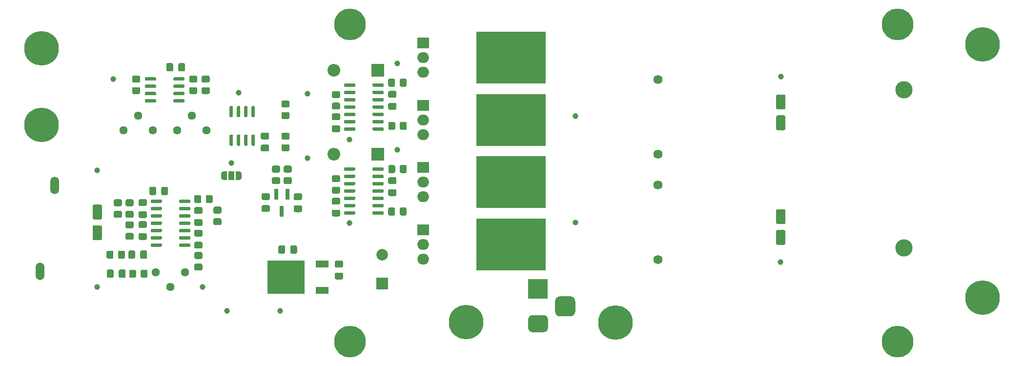
<source format=gbr>
%TF.GenerationSoftware,KiCad,Pcbnew,5.1.10*%
%TF.CreationDate,2021-08-13T16:06:35+12:00*%
%TF.ProjectId,D-Class_Amp,442d436c-6173-4735-9f41-6d702e6b6963,rev?*%
%TF.SameCoordinates,Original*%
%TF.FileFunction,Soldermask,Top*%
%TF.FilePolarity,Negative*%
%FSLAX46Y46*%
G04 Gerber Fmt 4.6, Leading zero omitted, Abs format (unit mm)*
G04 Created by KiCad (PCBNEW 5.1.10) date 2021-08-13 16:06:35*
%MOMM*%
%LPD*%
G01*
G04 APERTURE LIST*
%ADD10C,5.500000*%
%ADD11R,3.500000X3.500000*%
%ADD12C,0.800000*%
%ADD13C,6.000000*%
%ADD14O,1.508000X3.016000*%
%ADD15O,2.000000X1.905000*%
%ADD16R,2.000000X1.905000*%
%ADD17R,12.000000X9.000000*%
%ADD18C,1.000000*%
%ADD19R,0.800000X1.900000*%
%ADD20C,3.000000*%
%ADD21C,1.590000*%
%ADD22C,0.100000*%
%ADD23R,1.000000X1.500000*%
%ADD24O,2.200000X2.200000*%
%ADD25R,2.200000X2.200000*%
%ADD26C,2.000000*%
%ADD27R,2.000000X2.000000*%
%ADD28C,1.440000*%
%ADD29R,6.400000X5.800000*%
%ADD30R,2.200000X1.200000*%
G04 APERTURE END LIST*
D10*
%TO.C,M3*%
X236842000Y-127446000D03*
%TD*%
%TO.C,M3*%
X236842000Y-72446000D03*
%TD*%
%TO.C,M3*%
X141842000Y-127446000D03*
%TD*%
%TO.C,M3*%
X141842000Y-72446000D03*
%TD*%
%TO.C,J101*%
G36*
G01*
X180073000Y-123114000D02*
X178323000Y-123114000D01*
G75*
G02*
X177448000Y-122239000I0J875000D01*
G01*
X177448000Y-120489000D01*
G75*
G02*
X178323000Y-119614000I875000J0D01*
G01*
X180073000Y-119614000D01*
G75*
G02*
X180948000Y-120489000I0J-875000D01*
G01*
X180948000Y-122239000D01*
G75*
G02*
X180073000Y-123114000I-875000J0D01*
G01*
G37*
G36*
G01*
X175498000Y-125864000D02*
X173498000Y-125864000D01*
G75*
G02*
X172748000Y-125114000I0J750000D01*
G01*
X172748000Y-123614000D01*
G75*
G02*
X173498000Y-122864000I750000J0D01*
G01*
X175498000Y-122864000D01*
G75*
G02*
X176248000Y-123614000I0J-750000D01*
G01*
X176248000Y-125114000D01*
G75*
G02*
X175498000Y-125864000I-750000J0D01*
G01*
G37*
D11*
X174498000Y-118364000D03*
%TD*%
D12*
%TO.C,GNDS*%
X89982990Y-74990010D03*
X88392000Y-74331000D03*
X86801010Y-74990010D03*
X86142000Y-76581000D03*
X86801010Y-78171990D03*
X88392000Y-78831000D03*
X89982990Y-78171990D03*
X90642000Y-76581000D03*
D13*
X88392000Y-76581000D03*
%TD*%
D12*
%TO.C,SIG*%
X89982990Y-88325010D03*
X88392000Y-87666000D03*
X86801010Y-88325010D03*
X86142000Y-89916000D03*
X86801010Y-91506990D03*
X88392000Y-92166000D03*
X89982990Y-91506990D03*
X90642000Y-89916000D03*
D13*
X88392000Y-89916000D03*
%TD*%
D14*
%TO.C,J102*%
X90638000Y-100416000D03*
X88138000Y-115316000D03*
%TD*%
D13*
%TO.C,LS101*%
X251587000Y-119888000D03*
D12*
X253177990Y-121449990D03*
X253837000Y-119859000D03*
X253177990Y-118268010D03*
X251587000Y-122109000D03*
X249337000Y-119859000D03*
X251587000Y-117609000D03*
X249996010Y-121449990D03*
X249996010Y-118268010D03*
X249996010Y-77507990D03*
X251587000Y-78167000D03*
D13*
X251587000Y-75888000D03*
D12*
X249996010Y-74326010D03*
X251587000Y-73667000D03*
X249337000Y-75917000D03*
X253177990Y-74326010D03*
X253837000Y-75917000D03*
X253177990Y-77507990D03*
%TD*%
D15*
%TO.C,Q504*%
X154559000Y-110617000D03*
D16*
X154559000Y-108077000D03*
D15*
X154559000Y-113157000D03*
D12*
X167850000Y-113201000D03*
X167850000Y-111493000D03*
X167850000Y-109785000D03*
X167850000Y-108077000D03*
X169558000Y-113201000D03*
X169558000Y-111493000D03*
X169558000Y-109785000D03*
X169558000Y-108077000D03*
X171266000Y-113201000D03*
X171266000Y-111493000D03*
X171266000Y-109785000D03*
X171266000Y-108077000D03*
X172974000Y-113201000D03*
X172974000Y-111493000D03*
X172974000Y-109785000D03*
X172974000Y-108077000D03*
D17*
X169799000Y-110617000D03*
%TD*%
D15*
%TO.C,Q503*%
X154559000Y-99822000D03*
D16*
X154559000Y-97282000D03*
D15*
X154559000Y-102362000D03*
D12*
X167850000Y-102406000D03*
X167850000Y-100698000D03*
X167850000Y-98990000D03*
X167850000Y-97282000D03*
X169558000Y-102406000D03*
X169558000Y-100698000D03*
X169558000Y-98990000D03*
X169558000Y-97282000D03*
X171266000Y-102406000D03*
X171266000Y-100698000D03*
X171266000Y-98990000D03*
X171266000Y-97282000D03*
X172974000Y-102406000D03*
X172974000Y-100698000D03*
X172974000Y-98990000D03*
X172974000Y-97282000D03*
D17*
X169799000Y-99822000D03*
%TD*%
D15*
%TO.C,Q502*%
X154559000Y-89027000D03*
D16*
X154559000Y-86487000D03*
D15*
X154559000Y-91567000D03*
D12*
X167850000Y-91611000D03*
X167850000Y-89903000D03*
X167850000Y-88195000D03*
X167850000Y-86487000D03*
X169558000Y-91611000D03*
X169558000Y-89903000D03*
X169558000Y-88195000D03*
X169558000Y-86487000D03*
X171266000Y-91611000D03*
X171266000Y-89903000D03*
X171266000Y-88195000D03*
X171266000Y-86487000D03*
X172974000Y-91611000D03*
X172974000Y-89903000D03*
X172974000Y-88195000D03*
X172974000Y-86487000D03*
D17*
X169799000Y-89027000D03*
%TD*%
D15*
%TO.C,Q501*%
X154559000Y-78232000D03*
D16*
X154559000Y-75692000D03*
D15*
X154559000Y-80772000D03*
D12*
X167850000Y-80816000D03*
X167850000Y-79108000D03*
X167850000Y-77400000D03*
X167850000Y-75692000D03*
X169558000Y-80816000D03*
X169558000Y-79108000D03*
X169558000Y-77400000D03*
X169558000Y-75692000D03*
X171266000Y-80816000D03*
X171266000Y-79108000D03*
X171266000Y-77400000D03*
X171266000Y-75692000D03*
X172974000Y-80816000D03*
X172974000Y-79108000D03*
X172974000Y-77400000D03*
X172974000Y-75692000D03*
D17*
X169799000Y-78232000D03*
%TD*%
D18*
%TO.C,TP504*%
X141795500Y-106934000D03*
%TD*%
%TO.C,TP503*%
X150114000Y-94170500D03*
%TD*%
%TO.C,TP502*%
X141795500Y-92392500D03*
%TD*%
%TO.C,TP501*%
X150114000Y-79248000D03*
%TD*%
%TO.C,TP302*%
X122555000Y-84328000D03*
%TD*%
%TO.C,TP301*%
X100838000Y-81915000D03*
%TD*%
%TO.C,TP202*%
X116332000Y-117983000D03*
%TD*%
%TO.C,TP201*%
X98044000Y-117983000D03*
%TD*%
%TO.C,TP110*%
X216535000Y-113665000D03*
%TD*%
%TO.C,TP109*%
X216662000Y-81534000D03*
%TD*%
%TO.C,TP108*%
X180975000Y-106807000D03*
%TD*%
%TO.C,TP107*%
X180975000Y-88392000D03*
%TD*%
%TO.C,TP106*%
X134493000Y-95631000D03*
%TD*%
%TO.C,TP105*%
X134493000Y-84455000D03*
%TD*%
%TO.C,TP104*%
X121285000Y-96520000D03*
%TD*%
%TO.C,TP103*%
X98044000Y-97790000D03*
%TD*%
%TO.C,TP102*%
X120523000Y-122174000D03*
%TD*%
%TO.C,TP101*%
X129794000Y-122174000D03*
%TD*%
D19*
%TO.C,U102*%
X130048000Y-104878000D03*
X129098000Y-101878000D03*
X130998000Y-101878000D03*
%TD*%
D20*
%TO.C,C403*%
X237998000Y-111252000D03*
X237998000Y-83752000D03*
%TD*%
D12*
%TO.C,H102*%
X186369010Y-125796990D03*
X187960000Y-126456000D03*
X189550990Y-125796990D03*
X190210000Y-124206000D03*
X189550990Y-122615010D03*
X187960000Y-121956000D03*
X186369010Y-122615010D03*
X185710000Y-124206000D03*
D13*
X187960000Y-124206000D03*
%TD*%
D12*
%TO.C,H101*%
X160461010Y-125669990D03*
X162052000Y-126329000D03*
X163642990Y-125669990D03*
X164302000Y-124079000D03*
X163642990Y-122488010D03*
X162052000Y-121829000D03*
X160461010Y-122488010D03*
X159802000Y-124079000D03*
D13*
X162052000Y-124079000D03*
%TD*%
%TO.C,U302*%
G36*
G01*
X124945000Y-91543000D02*
X125245000Y-91543000D01*
G75*
G02*
X125395000Y-91693000I0J-150000D01*
G01*
X125395000Y-93343000D01*
G75*
G02*
X125245000Y-93493000I-150000J0D01*
G01*
X124945000Y-93493000D01*
G75*
G02*
X124795000Y-93343000I0J150000D01*
G01*
X124795000Y-91693000D01*
G75*
G02*
X124945000Y-91543000I150000J0D01*
G01*
G37*
G36*
G01*
X123675000Y-91543000D02*
X123975000Y-91543000D01*
G75*
G02*
X124125000Y-91693000I0J-150000D01*
G01*
X124125000Y-93343000D01*
G75*
G02*
X123975000Y-93493000I-150000J0D01*
G01*
X123675000Y-93493000D01*
G75*
G02*
X123525000Y-93343000I0J150000D01*
G01*
X123525000Y-91693000D01*
G75*
G02*
X123675000Y-91543000I150000J0D01*
G01*
G37*
G36*
G01*
X122405000Y-91543000D02*
X122705000Y-91543000D01*
G75*
G02*
X122855000Y-91693000I0J-150000D01*
G01*
X122855000Y-93343000D01*
G75*
G02*
X122705000Y-93493000I-150000J0D01*
G01*
X122405000Y-93493000D01*
G75*
G02*
X122255000Y-93343000I0J150000D01*
G01*
X122255000Y-91693000D01*
G75*
G02*
X122405000Y-91543000I150000J0D01*
G01*
G37*
G36*
G01*
X121135000Y-91543000D02*
X121435000Y-91543000D01*
G75*
G02*
X121585000Y-91693000I0J-150000D01*
G01*
X121585000Y-93343000D01*
G75*
G02*
X121435000Y-93493000I-150000J0D01*
G01*
X121135000Y-93493000D01*
G75*
G02*
X120985000Y-93343000I0J150000D01*
G01*
X120985000Y-91693000D01*
G75*
G02*
X121135000Y-91543000I150000J0D01*
G01*
G37*
G36*
G01*
X121135000Y-86593000D02*
X121435000Y-86593000D01*
G75*
G02*
X121585000Y-86743000I0J-150000D01*
G01*
X121585000Y-88393000D01*
G75*
G02*
X121435000Y-88543000I-150000J0D01*
G01*
X121135000Y-88543000D01*
G75*
G02*
X120985000Y-88393000I0J150000D01*
G01*
X120985000Y-86743000D01*
G75*
G02*
X121135000Y-86593000I150000J0D01*
G01*
G37*
G36*
G01*
X122405000Y-86593000D02*
X122705000Y-86593000D01*
G75*
G02*
X122855000Y-86743000I0J-150000D01*
G01*
X122855000Y-88393000D01*
G75*
G02*
X122705000Y-88543000I-150000J0D01*
G01*
X122405000Y-88543000D01*
G75*
G02*
X122255000Y-88393000I0J150000D01*
G01*
X122255000Y-86743000D01*
G75*
G02*
X122405000Y-86593000I150000J0D01*
G01*
G37*
G36*
G01*
X123675000Y-86593000D02*
X123975000Y-86593000D01*
G75*
G02*
X124125000Y-86743000I0J-150000D01*
G01*
X124125000Y-88393000D01*
G75*
G02*
X123975000Y-88543000I-150000J0D01*
G01*
X123675000Y-88543000D01*
G75*
G02*
X123525000Y-88393000I0J150000D01*
G01*
X123525000Y-86743000D01*
G75*
G02*
X123675000Y-86593000I150000J0D01*
G01*
G37*
G36*
G01*
X124945000Y-86593000D02*
X125245000Y-86593000D01*
G75*
G02*
X125395000Y-86743000I0J-150000D01*
G01*
X125395000Y-88393000D01*
G75*
G02*
X125245000Y-88543000I-150000J0D01*
G01*
X124945000Y-88543000D01*
G75*
G02*
X124795000Y-88393000I0J150000D01*
G01*
X124795000Y-86743000D01*
G75*
G02*
X124945000Y-86593000I150000J0D01*
G01*
G37*
%TD*%
D21*
%TO.C,L401*%
X195326000Y-82042000D03*
X195326000Y-94996000D03*
%TD*%
%TO.C,C303*%
G36*
G01*
X126652000Y-93308500D02*
X127602000Y-93308500D01*
G75*
G02*
X127852000Y-93558500I0J-250000D01*
G01*
X127852000Y-94233500D01*
G75*
G02*
X127602000Y-94483500I-250000J0D01*
G01*
X126652000Y-94483500D01*
G75*
G02*
X126402000Y-94233500I0J250000D01*
G01*
X126402000Y-93558500D01*
G75*
G02*
X126652000Y-93308500I250000J0D01*
G01*
G37*
G36*
G01*
X126652000Y-91233500D02*
X127602000Y-91233500D01*
G75*
G02*
X127852000Y-91483500I0J-250000D01*
G01*
X127852000Y-92158500D01*
G75*
G02*
X127602000Y-92408500I-250000J0D01*
G01*
X126652000Y-92408500D01*
G75*
G02*
X126402000Y-92158500I0J250000D01*
G01*
X126402000Y-91483500D01*
G75*
G02*
X126652000Y-91233500I250000J0D01*
G01*
G37*
%TD*%
%TO.C,C301*%
G36*
G01*
X111183000Y-79408000D02*
X111183000Y-80358000D01*
G75*
G02*
X110933000Y-80608000I-250000J0D01*
G01*
X110258000Y-80608000D01*
G75*
G02*
X110008000Y-80358000I0J250000D01*
G01*
X110008000Y-79408000D01*
G75*
G02*
X110258000Y-79158000I250000J0D01*
G01*
X110933000Y-79158000D01*
G75*
G02*
X111183000Y-79408000I0J-250000D01*
G01*
G37*
G36*
G01*
X113258000Y-79408000D02*
X113258000Y-80358000D01*
G75*
G02*
X113008000Y-80608000I-250000J0D01*
G01*
X112333000Y-80608000D01*
G75*
G02*
X112083000Y-80358000I0J250000D01*
G01*
X112083000Y-79408000D01*
G75*
G02*
X112333000Y-79158000I250000J0D01*
G01*
X113008000Y-79158000D01*
G75*
G02*
X113258000Y-79408000I0J-250000D01*
G01*
G37*
%TD*%
%TO.C,R102*%
G36*
G01*
X131514001Y-98152000D02*
X130613999Y-98152000D01*
G75*
G02*
X130364000Y-97902001I0J249999D01*
G01*
X130364000Y-97201999D01*
G75*
G02*
X130613999Y-96952000I249999J0D01*
G01*
X131514001Y-96952000D01*
G75*
G02*
X131764000Y-97201999I0J-249999D01*
G01*
X131764000Y-97902001D01*
G75*
G02*
X131514001Y-98152000I-249999J0D01*
G01*
G37*
G36*
G01*
X131514001Y-100152000D02*
X130613999Y-100152000D01*
G75*
G02*
X130364000Y-99902001I0J249999D01*
G01*
X130364000Y-99201999D01*
G75*
G02*
X130613999Y-98952000I249999J0D01*
G01*
X131514001Y-98952000D01*
G75*
G02*
X131764000Y-99201999I0J-249999D01*
G01*
X131764000Y-99902001D01*
G75*
G02*
X131514001Y-100152000I-249999J0D01*
G01*
G37*
%TD*%
%TO.C,R101*%
G36*
G01*
X128581999Y-98952000D02*
X129482001Y-98952000D01*
G75*
G02*
X129732000Y-99201999I0J-249999D01*
G01*
X129732000Y-99902001D01*
G75*
G02*
X129482001Y-100152000I-249999J0D01*
G01*
X128581999Y-100152000D01*
G75*
G02*
X128332000Y-99902001I0J249999D01*
G01*
X128332000Y-99201999D01*
G75*
G02*
X128581999Y-98952000I249999J0D01*
G01*
G37*
G36*
G01*
X128581999Y-96952000D02*
X129482001Y-96952000D01*
G75*
G02*
X129732000Y-97201999I0J-249999D01*
G01*
X129732000Y-97902001D01*
G75*
G02*
X129482001Y-98152000I-249999J0D01*
G01*
X128581999Y-98152000D01*
G75*
G02*
X128332000Y-97902001I0J249999D01*
G01*
X128332000Y-97201999D01*
G75*
G02*
X128581999Y-96952000I249999J0D01*
G01*
G37*
%TD*%
%TO.C,L402*%
X195326000Y-113284000D03*
X195326000Y-100330000D03*
%TD*%
D22*
%TO.C,JP201*%
G36*
X120535000Y-99429000D02*
G01*
X119985000Y-99429000D01*
X119985000Y-99428398D01*
X119960466Y-99428398D01*
X119911635Y-99423588D01*
X119863510Y-99414016D01*
X119816555Y-99399772D01*
X119771222Y-99380995D01*
X119727949Y-99357864D01*
X119687150Y-99330604D01*
X119649221Y-99299476D01*
X119614524Y-99264779D01*
X119583396Y-99226850D01*
X119556136Y-99186051D01*
X119533005Y-99142778D01*
X119514228Y-99097445D01*
X119499984Y-99050490D01*
X119490412Y-99002365D01*
X119485602Y-98953534D01*
X119485602Y-98929000D01*
X119485000Y-98929000D01*
X119485000Y-98429000D01*
X119485602Y-98429000D01*
X119485602Y-98404466D01*
X119490412Y-98355635D01*
X119499984Y-98307510D01*
X119514228Y-98260555D01*
X119533005Y-98215222D01*
X119556136Y-98171949D01*
X119583396Y-98131150D01*
X119614524Y-98093221D01*
X119649221Y-98058524D01*
X119687150Y-98027396D01*
X119727949Y-98000136D01*
X119771222Y-97977005D01*
X119816555Y-97958228D01*
X119863510Y-97943984D01*
X119911635Y-97934412D01*
X119960466Y-97929602D01*
X119985000Y-97929602D01*
X119985000Y-97929000D01*
X120535000Y-97929000D01*
X120535000Y-99429000D01*
G37*
D23*
X121285000Y-98679000D03*
D22*
G36*
X122585000Y-97929602D02*
G01*
X122609534Y-97929602D01*
X122658365Y-97934412D01*
X122706490Y-97943984D01*
X122753445Y-97958228D01*
X122798778Y-97977005D01*
X122842051Y-98000136D01*
X122882850Y-98027396D01*
X122920779Y-98058524D01*
X122955476Y-98093221D01*
X122986604Y-98131150D01*
X123013864Y-98171949D01*
X123036995Y-98215222D01*
X123055772Y-98260555D01*
X123070016Y-98307510D01*
X123079588Y-98355635D01*
X123084398Y-98404466D01*
X123084398Y-98429000D01*
X123085000Y-98429000D01*
X123085000Y-98929000D01*
X123084398Y-98929000D01*
X123084398Y-98953534D01*
X123079588Y-99002365D01*
X123070016Y-99050490D01*
X123055772Y-99097445D01*
X123036995Y-99142778D01*
X123013864Y-99186051D01*
X122986604Y-99226850D01*
X122955476Y-99264779D01*
X122920779Y-99299476D01*
X122882850Y-99330604D01*
X122842051Y-99357864D01*
X122798778Y-99380995D01*
X122753445Y-99399772D01*
X122706490Y-99414016D01*
X122658365Y-99423588D01*
X122609534Y-99428398D01*
X122585000Y-99428398D01*
X122585000Y-99429000D01*
X122035000Y-99429000D01*
X122035000Y-97929000D01*
X122585000Y-97929000D01*
X122585000Y-97929602D01*
G37*
%TD*%
D24*
%TO.C,D502*%
X139065000Y-94996000D03*
D25*
X146685000Y-94996000D03*
%TD*%
D24*
%TO.C,D501*%
X139065000Y-80391000D03*
D25*
X146685000Y-80391000D03*
%TD*%
%TO.C,C402*%
G36*
G01*
X217148500Y-107091000D02*
X216048500Y-107091000D01*
G75*
G02*
X215798500Y-106841000I0J250000D01*
G01*
X215798500Y-104741000D01*
G75*
G02*
X216048500Y-104491000I250000J0D01*
G01*
X217148500Y-104491000D01*
G75*
G02*
X217398500Y-104741000I0J-250000D01*
G01*
X217398500Y-106841000D01*
G75*
G02*
X217148500Y-107091000I-250000J0D01*
G01*
G37*
G36*
G01*
X217148500Y-110691000D02*
X216048500Y-110691000D01*
G75*
G02*
X215798500Y-110441000I0J250000D01*
G01*
X215798500Y-108341000D01*
G75*
G02*
X216048500Y-108091000I250000J0D01*
G01*
X217148500Y-108091000D01*
G75*
G02*
X217398500Y-108341000I0J-250000D01*
G01*
X217398500Y-110441000D01*
G75*
G02*
X217148500Y-110691000I-250000J0D01*
G01*
G37*
%TD*%
%TO.C,C401*%
G36*
G01*
X216048500Y-88215500D02*
X217148500Y-88215500D01*
G75*
G02*
X217398500Y-88465500I0J-250000D01*
G01*
X217398500Y-90565500D01*
G75*
G02*
X217148500Y-90815500I-250000J0D01*
G01*
X216048500Y-90815500D01*
G75*
G02*
X215798500Y-90565500I0J250000D01*
G01*
X215798500Y-88465500D01*
G75*
G02*
X216048500Y-88215500I250000J0D01*
G01*
G37*
G36*
G01*
X216048500Y-84615500D02*
X217148500Y-84615500D01*
G75*
G02*
X217398500Y-84865500I0J-250000D01*
G01*
X217398500Y-86965500D01*
G75*
G02*
X217148500Y-87215500I-250000J0D01*
G01*
X216048500Y-87215500D01*
G75*
G02*
X215798500Y-86965500I0J250000D01*
G01*
X215798500Y-84865500D01*
G75*
G02*
X216048500Y-84615500I250000J0D01*
G01*
G37*
%TD*%
%TO.C,C202*%
G36*
G01*
X98594000Y-106307000D02*
X97494000Y-106307000D01*
G75*
G02*
X97244000Y-106057000I0J250000D01*
G01*
X97244000Y-103957000D01*
G75*
G02*
X97494000Y-103707000I250000J0D01*
G01*
X98594000Y-103707000D01*
G75*
G02*
X98844000Y-103957000I0J-250000D01*
G01*
X98844000Y-106057000D01*
G75*
G02*
X98594000Y-106307000I-250000J0D01*
G01*
G37*
G36*
G01*
X98594000Y-109907000D02*
X97494000Y-109907000D01*
G75*
G02*
X97244000Y-109657000I0J250000D01*
G01*
X97244000Y-107557000D01*
G75*
G02*
X97494000Y-107307000I250000J0D01*
G01*
X98594000Y-107307000D01*
G75*
G02*
X98844000Y-107557000I0J-250000D01*
G01*
X98844000Y-109657000D01*
G75*
G02*
X98594000Y-109907000I-250000J0D01*
G01*
G37*
%TD*%
D26*
%TO.C,C104*%
X147447000Y-112395000D03*
D27*
X147447000Y-117395000D03*
%TD*%
D28*
%TO.C,RV201*%
X108204000Y-115443000D03*
X110744000Y-117983000D03*
X113284000Y-115443000D03*
%TD*%
D29*
%TO.C,U101*%
X130742000Y-116332000D03*
D30*
X137042000Y-114052000D03*
X137042000Y-118612000D03*
%TD*%
%TO.C,C504*%
G36*
G01*
X139921000Y-103690000D02*
X138971000Y-103690000D01*
G75*
G02*
X138721000Y-103440000I0J250000D01*
G01*
X138721000Y-102765000D01*
G75*
G02*
X138971000Y-102515000I250000J0D01*
G01*
X139921000Y-102515000D01*
G75*
G02*
X140171000Y-102765000I0J-250000D01*
G01*
X140171000Y-103440000D01*
G75*
G02*
X139921000Y-103690000I-250000J0D01*
G01*
G37*
G36*
G01*
X139921000Y-105765000D02*
X138971000Y-105765000D01*
G75*
G02*
X138721000Y-105515000I0J250000D01*
G01*
X138721000Y-104840000D01*
G75*
G02*
X138971000Y-104590000I250000J0D01*
G01*
X139921000Y-104590000D01*
G75*
G02*
X140171000Y-104840000I0J-250000D01*
G01*
X140171000Y-105515000D01*
G75*
G02*
X139921000Y-105765000I-250000J0D01*
G01*
G37*
%TD*%
%TO.C,C501*%
G36*
G01*
X139921000Y-89063500D02*
X138971000Y-89063500D01*
G75*
G02*
X138721000Y-88813500I0J250000D01*
G01*
X138721000Y-88138500D01*
G75*
G02*
X138971000Y-87888500I250000J0D01*
G01*
X139921000Y-87888500D01*
G75*
G02*
X140171000Y-88138500I0J-250000D01*
G01*
X140171000Y-88813500D01*
G75*
G02*
X139921000Y-89063500I-250000J0D01*
G01*
G37*
G36*
G01*
X139921000Y-91138500D02*
X138971000Y-91138500D01*
G75*
G02*
X138721000Y-90888500I0J250000D01*
G01*
X138721000Y-90213500D01*
G75*
G02*
X138971000Y-89963500I250000J0D01*
G01*
X139921000Y-89963500D01*
G75*
G02*
X140171000Y-90213500I0J-250000D01*
G01*
X140171000Y-90888500D01*
G75*
G02*
X139921000Y-91138500I-250000J0D01*
G01*
G37*
%TD*%
%TO.C,C105*%
G36*
G01*
X126779000Y-103806500D02*
X127729000Y-103806500D01*
G75*
G02*
X127979000Y-104056500I0J-250000D01*
G01*
X127979000Y-104731500D01*
G75*
G02*
X127729000Y-104981500I-250000J0D01*
G01*
X126779000Y-104981500D01*
G75*
G02*
X126529000Y-104731500I0J250000D01*
G01*
X126529000Y-104056500D01*
G75*
G02*
X126779000Y-103806500I250000J0D01*
G01*
G37*
G36*
G01*
X126779000Y-101731500D02*
X127729000Y-101731500D01*
G75*
G02*
X127979000Y-101981500I0J-250000D01*
G01*
X127979000Y-102656500D01*
G75*
G02*
X127729000Y-102906500I-250000J0D01*
G01*
X126779000Y-102906500D01*
G75*
G02*
X126529000Y-102656500I0J250000D01*
G01*
X126529000Y-101981500D01*
G75*
G02*
X126779000Y-101731500I250000J0D01*
G01*
G37*
%TD*%
%TO.C,C103*%
G36*
G01*
X133317000Y-102928000D02*
X132367000Y-102928000D01*
G75*
G02*
X132117000Y-102678000I0J250000D01*
G01*
X132117000Y-102003000D01*
G75*
G02*
X132367000Y-101753000I250000J0D01*
G01*
X133317000Y-101753000D01*
G75*
G02*
X133567000Y-102003000I0J-250000D01*
G01*
X133567000Y-102678000D01*
G75*
G02*
X133317000Y-102928000I-250000J0D01*
G01*
G37*
G36*
G01*
X133317000Y-105003000D02*
X132367000Y-105003000D01*
G75*
G02*
X132117000Y-104753000I0J250000D01*
G01*
X132117000Y-104078000D01*
G75*
G02*
X132367000Y-103828000I250000J0D01*
G01*
X133317000Y-103828000D01*
G75*
G02*
X133567000Y-104078000I0J-250000D01*
G01*
X133567000Y-104753000D01*
G75*
G02*
X133317000Y-105003000I-250000J0D01*
G01*
G37*
%TD*%
%TO.C,C102*%
G36*
G01*
X130614000Y-111031000D02*
X130614000Y-111981000D01*
G75*
G02*
X130364000Y-112231000I-250000J0D01*
G01*
X129689000Y-112231000D01*
G75*
G02*
X129439000Y-111981000I0J250000D01*
G01*
X129439000Y-111031000D01*
G75*
G02*
X129689000Y-110781000I250000J0D01*
G01*
X130364000Y-110781000D01*
G75*
G02*
X130614000Y-111031000I0J-250000D01*
G01*
G37*
G36*
G01*
X132689000Y-111031000D02*
X132689000Y-111981000D01*
G75*
G02*
X132439000Y-112231000I-250000J0D01*
G01*
X131764000Y-112231000D01*
G75*
G02*
X131514000Y-111981000I0J250000D01*
G01*
X131514000Y-111031000D01*
G75*
G02*
X131764000Y-110781000I250000J0D01*
G01*
X132439000Y-110781000D01*
G75*
G02*
X132689000Y-111031000I0J-250000D01*
G01*
G37*
%TD*%
%TO.C,C101*%
G36*
G01*
X139479000Y-115512000D02*
X140429000Y-115512000D01*
G75*
G02*
X140679000Y-115762000I0J-250000D01*
G01*
X140679000Y-116437000D01*
G75*
G02*
X140429000Y-116687000I-250000J0D01*
G01*
X139479000Y-116687000D01*
G75*
G02*
X139229000Y-116437000I0J250000D01*
G01*
X139229000Y-115762000D01*
G75*
G02*
X139479000Y-115512000I250000J0D01*
G01*
G37*
G36*
G01*
X139479000Y-113437000D02*
X140429000Y-113437000D01*
G75*
G02*
X140679000Y-113687000I0J-250000D01*
G01*
X140679000Y-114362000D01*
G75*
G02*
X140429000Y-114612000I-250000J0D01*
G01*
X139479000Y-114612000D01*
G75*
G02*
X139229000Y-114362000I0J250000D01*
G01*
X139229000Y-113687000D01*
G75*
G02*
X139479000Y-113437000I250000J0D01*
G01*
G37*
%TD*%
%TO.C,R201*%
G36*
G01*
X104082001Y-107820000D02*
X103181999Y-107820000D01*
G75*
G02*
X102932000Y-107570001I0J249999D01*
G01*
X102932000Y-106869999D01*
G75*
G02*
X103181999Y-106620000I249999J0D01*
G01*
X104082001Y-106620000D01*
G75*
G02*
X104332000Y-106869999I0J-249999D01*
G01*
X104332000Y-107570001D01*
G75*
G02*
X104082001Y-107820000I-249999J0D01*
G01*
G37*
G36*
G01*
X104082001Y-109820000D02*
X103181999Y-109820000D01*
G75*
G02*
X102932000Y-109570001I0J249999D01*
G01*
X102932000Y-108869999D01*
G75*
G02*
X103181999Y-108620000I249999J0D01*
G01*
X104082001Y-108620000D01*
G75*
G02*
X104332000Y-108869999I0J-249999D01*
G01*
X104332000Y-109570001D01*
G75*
G02*
X104082001Y-109820000I-249999J0D01*
G01*
G37*
%TD*%
%TO.C,U301*%
G36*
G01*
X111228000Y-82065000D02*
X111228000Y-81765000D01*
G75*
G02*
X111378000Y-81615000I150000J0D01*
G01*
X113028000Y-81615000D01*
G75*
G02*
X113178000Y-81765000I0J-150000D01*
G01*
X113178000Y-82065000D01*
G75*
G02*
X113028000Y-82215000I-150000J0D01*
G01*
X111378000Y-82215000D01*
G75*
G02*
X111228000Y-82065000I0J150000D01*
G01*
G37*
G36*
G01*
X111228000Y-83335000D02*
X111228000Y-83035000D01*
G75*
G02*
X111378000Y-82885000I150000J0D01*
G01*
X113028000Y-82885000D01*
G75*
G02*
X113178000Y-83035000I0J-150000D01*
G01*
X113178000Y-83335000D01*
G75*
G02*
X113028000Y-83485000I-150000J0D01*
G01*
X111378000Y-83485000D01*
G75*
G02*
X111228000Y-83335000I0J150000D01*
G01*
G37*
G36*
G01*
X111228000Y-84605000D02*
X111228000Y-84305000D01*
G75*
G02*
X111378000Y-84155000I150000J0D01*
G01*
X113028000Y-84155000D01*
G75*
G02*
X113178000Y-84305000I0J-150000D01*
G01*
X113178000Y-84605000D01*
G75*
G02*
X113028000Y-84755000I-150000J0D01*
G01*
X111378000Y-84755000D01*
G75*
G02*
X111228000Y-84605000I0J150000D01*
G01*
G37*
G36*
G01*
X111228000Y-85875000D02*
X111228000Y-85575000D01*
G75*
G02*
X111378000Y-85425000I150000J0D01*
G01*
X113028000Y-85425000D01*
G75*
G02*
X113178000Y-85575000I0J-150000D01*
G01*
X113178000Y-85875000D01*
G75*
G02*
X113028000Y-86025000I-150000J0D01*
G01*
X111378000Y-86025000D01*
G75*
G02*
X111228000Y-85875000I0J150000D01*
G01*
G37*
G36*
G01*
X106278000Y-85875000D02*
X106278000Y-85575000D01*
G75*
G02*
X106428000Y-85425000I150000J0D01*
G01*
X108078000Y-85425000D01*
G75*
G02*
X108228000Y-85575000I0J-150000D01*
G01*
X108228000Y-85875000D01*
G75*
G02*
X108078000Y-86025000I-150000J0D01*
G01*
X106428000Y-86025000D01*
G75*
G02*
X106278000Y-85875000I0J150000D01*
G01*
G37*
G36*
G01*
X106278000Y-84605000D02*
X106278000Y-84305000D01*
G75*
G02*
X106428000Y-84155000I150000J0D01*
G01*
X108078000Y-84155000D01*
G75*
G02*
X108228000Y-84305000I0J-150000D01*
G01*
X108228000Y-84605000D01*
G75*
G02*
X108078000Y-84755000I-150000J0D01*
G01*
X106428000Y-84755000D01*
G75*
G02*
X106278000Y-84605000I0J150000D01*
G01*
G37*
G36*
G01*
X106278000Y-83335000D02*
X106278000Y-83035000D01*
G75*
G02*
X106428000Y-82885000I150000J0D01*
G01*
X108078000Y-82885000D01*
G75*
G02*
X108228000Y-83035000I0J-150000D01*
G01*
X108228000Y-83335000D01*
G75*
G02*
X108078000Y-83485000I-150000J0D01*
G01*
X106428000Y-83485000D01*
G75*
G02*
X106278000Y-83335000I0J150000D01*
G01*
G37*
G36*
G01*
X106278000Y-82065000D02*
X106278000Y-81765000D01*
G75*
G02*
X106428000Y-81615000I150000J0D01*
G01*
X108078000Y-81615000D01*
G75*
G02*
X108228000Y-81765000I0J-150000D01*
G01*
X108228000Y-82065000D01*
G75*
G02*
X108078000Y-82215000I-150000J0D01*
G01*
X106428000Y-82215000D01*
G75*
G02*
X106278000Y-82065000I0J150000D01*
G01*
G37*
%TD*%
%TO.C,U502*%
G36*
G01*
X145772000Y-97686000D02*
X145772000Y-97386000D01*
G75*
G02*
X145922000Y-97236000I150000J0D01*
G01*
X147572000Y-97236000D01*
G75*
G02*
X147722000Y-97386000I0J-150000D01*
G01*
X147722000Y-97686000D01*
G75*
G02*
X147572000Y-97836000I-150000J0D01*
G01*
X145922000Y-97836000D01*
G75*
G02*
X145772000Y-97686000I0J150000D01*
G01*
G37*
G36*
G01*
X145772000Y-98956000D02*
X145772000Y-98656000D01*
G75*
G02*
X145922000Y-98506000I150000J0D01*
G01*
X147572000Y-98506000D01*
G75*
G02*
X147722000Y-98656000I0J-150000D01*
G01*
X147722000Y-98956000D01*
G75*
G02*
X147572000Y-99106000I-150000J0D01*
G01*
X145922000Y-99106000D01*
G75*
G02*
X145772000Y-98956000I0J150000D01*
G01*
G37*
G36*
G01*
X145772000Y-100226000D02*
X145772000Y-99926000D01*
G75*
G02*
X145922000Y-99776000I150000J0D01*
G01*
X147572000Y-99776000D01*
G75*
G02*
X147722000Y-99926000I0J-150000D01*
G01*
X147722000Y-100226000D01*
G75*
G02*
X147572000Y-100376000I-150000J0D01*
G01*
X145922000Y-100376000D01*
G75*
G02*
X145772000Y-100226000I0J150000D01*
G01*
G37*
G36*
G01*
X145772000Y-101496000D02*
X145772000Y-101196000D01*
G75*
G02*
X145922000Y-101046000I150000J0D01*
G01*
X147572000Y-101046000D01*
G75*
G02*
X147722000Y-101196000I0J-150000D01*
G01*
X147722000Y-101496000D01*
G75*
G02*
X147572000Y-101646000I-150000J0D01*
G01*
X145922000Y-101646000D01*
G75*
G02*
X145772000Y-101496000I0J150000D01*
G01*
G37*
G36*
G01*
X145772000Y-102766000D02*
X145772000Y-102466000D01*
G75*
G02*
X145922000Y-102316000I150000J0D01*
G01*
X147572000Y-102316000D01*
G75*
G02*
X147722000Y-102466000I0J-150000D01*
G01*
X147722000Y-102766000D01*
G75*
G02*
X147572000Y-102916000I-150000J0D01*
G01*
X145922000Y-102916000D01*
G75*
G02*
X145772000Y-102766000I0J150000D01*
G01*
G37*
G36*
G01*
X145772000Y-104036000D02*
X145772000Y-103736000D01*
G75*
G02*
X145922000Y-103586000I150000J0D01*
G01*
X147572000Y-103586000D01*
G75*
G02*
X147722000Y-103736000I0J-150000D01*
G01*
X147722000Y-104036000D01*
G75*
G02*
X147572000Y-104186000I-150000J0D01*
G01*
X145922000Y-104186000D01*
G75*
G02*
X145772000Y-104036000I0J150000D01*
G01*
G37*
G36*
G01*
X145772000Y-105306000D02*
X145772000Y-105006000D01*
G75*
G02*
X145922000Y-104856000I150000J0D01*
G01*
X147572000Y-104856000D01*
G75*
G02*
X147722000Y-105006000I0J-150000D01*
G01*
X147722000Y-105306000D01*
G75*
G02*
X147572000Y-105456000I-150000J0D01*
G01*
X145922000Y-105456000D01*
G75*
G02*
X145772000Y-105306000I0J150000D01*
G01*
G37*
G36*
G01*
X140822000Y-105306000D02*
X140822000Y-105006000D01*
G75*
G02*
X140972000Y-104856000I150000J0D01*
G01*
X142622000Y-104856000D01*
G75*
G02*
X142772000Y-105006000I0J-150000D01*
G01*
X142772000Y-105306000D01*
G75*
G02*
X142622000Y-105456000I-150000J0D01*
G01*
X140972000Y-105456000D01*
G75*
G02*
X140822000Y-105306000I0J150000D01*
G01*
G37*
G36*
G01*
X140822000Y-104036000D02*
X140822000Y-103736000D01*
G75*
G02*
X140972000Y-103586000I150000J0D01*
G01*
X142622000Y-103586000D01*
G75*
G02*
X142772000Y-103736000I0J-150000D01*
G01*
X142772000Y-104036000D01*
G75*
G02*
X142622000Y-104186000I-150000J0D01*
G01*
X140972000Y-104186000D01*
G75*
G02*
X140822000Y-104036000I0J150000D01*
G01*
G37*
G36*
G01*
X140822000Y-102766000D02*
X140822000Y-102466000D01*
G75*
G02*
X140972000Y-102316000I150000J0D01*
G01*
X142622000Y-102316000D01*
G75*
G02*
X142772000Y-102466000I0J-150000D01*
G01*
X142772000Y-102766000D01*
G75*
G02*
X142622000Y-102916000I-150000J0D01*
G01*
X140972000Y-102916000D01*
G75*
G02*
X140822000Y-102766000I0J150000D01*
G01*
G37*
G36*
G01*
X140822000Y-101496000D02*
X140822000Y-101196000D01*
G75*
G02*
X140972000Y-101046000I150000J0D01*
G01*
X142622000Y-101046000D01*
G75*
G02*
X142772000Y-101196000I0J-150000D01*
G01*
X142772000Y-101496000D01*
G75*
G02*
X142622000Y-101646000I-150000J0D01*
G01*
X140972000Y-101646000D01*
G75*
G02*
X140822000Y-101496000I0J150000D01*
G01*
G37*
G36*
G01*
X140822000Y-100226000D02*
X140822000Y-99926000D01*
G75*
G02*
X140972000Y-99776000I150000J0D01*
G01*
X142622000Y-99776000D01*
G75*
G02*
X142772000Y-99926000I0J-150000D01*
G01*
X142772000Y-100226000D01*
G75*
G02*
X142622000Y-100376000I-150000J0D01*
G01*
X140972000Y-100376000D01*
G75*
G02*
X140822000Y-100226000I0J150000D01*
G01*
G37*
G36*
G01*
X140822000Y-98956000D02*
X140822000Y-98656000D01*
G75*
G02*
X140972000Y-98506000I150000J0D01*
G01*
X142622000Y-98506000D01*
G75*
G02*
X142772000Y-98656000I0J-150000D01*
G01*
X142772000Y-98956000D01*
G75*
G02*
X142622000Y-99106000I-150000J0D01*
G01*
X140972000Y-99106000D01*
G75*
G02*
X140822000Y-98956000I0J150000D01*
G01*
G37*
G36*
G01*
X140822000Y-97686000D02*
X140822000Y-97386000D01*
G75*
G02*
X140972000Y-97236000I150000J0D01*
G01*
X142622000Y-97236000D01*
G75*
G02*
X142772000Y-97386000I0J-150000D01*
G01*
X142772000Y-97686000D01*
G75*
G02*
X142622000Y-97836000I-150000J0D01*
G01*
X140972000Y-97836000D01*
G75*
G02*
X140822000Y-97686000I0J150000D01*
G01*
G37*
%TD*%
%TO.C,U501*%
G36*
G01*
X145786200Y-83131800D02*
X145786200Y-82831800D01*
G75*
G02*
X145936200Y-82681800I150000J0D01*
G01*
X147586200Y-82681800D01*
G75*
G02*
X147736200Y-82831800I0J-150000D01*
G01*
X147736200Y-83131800D01*
G75*
G02*
X147586200Y-83281800I-150000J0D01*
G01*
X145936200Y-83281800D01*
G75*
G02*
X145786200Y-83131800I0J150000D01*
G01*
G37*
G36*
G01*
X145786200Y-84401800D02*
X145786200Y-84101800D01*
G75*
G02*
X145936200Y-83951800I150000J0D01*
G01*
X147586200Y-83951800D01*
G75*
G02*
X147736200Y-84101800I0J-150000D01*
G01*
X147736200Y-84401800D01*
G75*
G02*
X147586200Y-84551800I-150000J0D01*
G01*
X145936200Y-84551800D01*
G75*
G02*
X145786200Y-84401800I0J150000D01*
G01*
G37*
G36*
G01*
X145786200Y-85671800D02*
X145786200Y-85371800D01*
G75*
G02*
X145936200Y-85221800I150000J0D01*
G01*
X147586200Y-85221800D01*
G75*
G02*
X147736200Y-85371800I0J-150000D01*
G01*
X147736200Y-85671800D01*
G75*
G02*
X147586200Y-85821800I-150000J0D01*
G01*
X145936200Y-85821800D01*
G75*
G02*
X145786200Y-85671800I0J150000D01*
G01*
G37*
G36*
G01*
X145786200Y-86941800D02*
X145786200Y-86641800D01*
G75*
G02*
X145936200Y-86491800I150000J0D01*
G01*
X147586200Y-86491800D01*
G75*
G02*
X147736200Y-86641800I0J-150000D01*
G01*
X147736200Y-86941800D01*
G75*
G02*
X147586200Y-87091800I-150000J0D01*
G01*
X145936200Y-87091800D01*
G75*
G02*
X145786200Y-86941800I0J150000D01*
G01*
G37*
G36*
G01*
X145786200Y-88211800D02*
X145786200Y-87911800D01*
G75*
G02*
X145936200Y-87761800I150000J0D01*
G01*
X147586200Y-87761800D01*
G75*
G02*
X147736200Y-87911800I0J-150000D01*
G01*
X147736200Y-88211800D01*
G75*
G02*
X147586200Y-88361800I-150000J0D01*
G01*
X145936200Y-88361800D01*
G75*
G02*
X145786200Y-88211800I0J150000D01*
G01*
G37*
G36*
G01*
X145786200Y-89481800D02*
X145786200Y-89181800D01*
G75*
G02*
X145936200Y-89031800I150000J0D01*
G01*
X147586200Y-89031800D01*
G75*
G02*
X147736200Y-89181800I0J-150000D01*
G01*
X147736200Y-89481800D01*
G75*
G02*
X147586200Y-89631800I-150000J0D01*
G01*
X145936200Y-89631800D01*
G75*
G02*
X145786200Y-89481800I0J150000D01*
G01*
G37*
G36*
G01*
X145786200Y-90751800D02*
X145786200Y-90451800D01*
G75*
G02*
X145936200Y-90301800I150000J0D01*
G01*
X147586200Y-90301800D01*
G75*
G02*
X147736200Y-90451800I0J-150000D01*
G01*
X147736200Y-90751800D01*
G75*
G02*
X147586200Y-90901800I-150000J0D01*
G01*
X145936200Y-90901800D01*
G75*
G02*
X145786200Y-90751800I0J150000D01*
G01*
G37*
G36*
G01*
X140836200Y-90751800D02*
X140836200Y-90451800D01*
G75*
G02*
X140986200Y-90301800I150000J0D01*
G01*
X142636200Y-90301800D01*
G75*
G02*
X142786200Y-90451800I0J-150000D01*
G01*
X142786200Y-90751800D01*
G75*
G02*
X142636200Y-90901800I-150000J0D01*
G01*
X140986200Y-90901800D01*
G75*
G02*
X140836200Y-90751800I0J150000D01*
G01*
G37*
G36*
G01*
X140836200Y-89481800D02*
X140836200Y-89181800D01*
G75*
G02*
X140986200Y-89031800I150000J0D01*
G01*
X142636200Y-89031800D01*
G75*
G02*
X142786200Y-89181800I0J-150000D01*
G01*
X142786200Y-89481800D01*
G75*
G02*
X142636200Y-89631800I-150000J0D01*
G01*
X140986200Y-89631800D01*
G75*
G02*
X140836200Y-89481800I0J150000D01*
G01*
G37*
G36*
G01*
X140836200Y-88211800D02*
X140836200Y-87911800D01*
G75*
G02*
X140986200Y-87761800I150000J0D01*
G01*
X142636200Y-87761800D01*
G75*
G02*
X142786200Y-87911800I0J-150000D01*
G01*
X142786200Y-88211800D01*
G75*
G02*
X142636200Y-88361800I-150000J0D01*
G01*
X140986200Y-88361800D01*
G75*
G02*
X140836200Y-88211800I0J150000D01*
G01*
G37*
G36*
G01*
X140836200Y-86941800D02*
X140836200Y-86641800D01*
G75*
G02*
X140986200Y-86491800I150000J0D01*
G01*
X142636200Y-86491800D01*
G75*
G02*
X142786200Y-86641800I0J-150000D01*
G01*
X142786200Y-86941800D01*
G75*
G02*
X142636200Y-87091800I-150000J0D01*
G01*
X140986200Y-87091800D01*
G75*
G02*
X140836200Y-86941800I0J150000D01*
G01*
G37*
G36*
G01*
X140836200Y-85671800D02*
X140836200Y-85371800D01*
G75*
G02*
X140986200Y-85221800I150000J0D01*
G01*
X142636200Y-85221800D01*
G75*
G02*
X142786200Y-85371800I0J-150000D01*
G01*
X142786200Y-85671800D01*
G75*
G02*
X142636200Y-85821800I-150000J0D01*
G01*
X140986200Y-85821800D01*
G75*
G02*
X140836200Y-85671800I0J150000D01*
G01*
G37*
G36*
G01*
X140836200Y-84401800D02*
X140836200Y-84101800D01*
G75*
G02*
X140986200Y-83951800I150000J0D01*
G01*
X142636200Y-83951800D01*
G75*
G02*
X142786200Y-84101800I0J-150000D01*
G01*
X142786200Y-84401800D01*
G75*
G02*
X142636200Y-84551800I-150000J0D01*
G01*
X140986200Y-84551800D01*
G75*
G02*
X140836200Y-84401800I0J150000D01*
G01*
G37*
G36*
G01*
X140836200Y-83131800D02*
X140836200Y-82831800D01*
G75*
G02*
X140986200Y-82681800I150000J0D01*
G01*
X142636200Y-82681800D01*
G75*
G02*
X142786200Y-82831800I0J-150000D01*
G01*
X142786200Y-83131800D01*
G75*
G02*
X142636200Y-83281800I-150000J0D01*
G01*
X140986200Y-83281800D01*
G75*
G02*
X140836200Y-83131800I0J150000D01*
G01*
G37*
%TD*%
%TO.C,U201*%
G36*
G01*
X112244000Y-103274000D02*
X112244000Y-102974000D01*
G75*
G02*
X112394000Y-102824000I150000J0D01*
G01*
X114044000Y-102824000D01*
G75*
G02*
X114194000Y-102974000I0J-150000D01*
G01*
X114194000Y-103274000D01*
G75*
G02*
X114044000Y-103424000I-150000J0D01*
G01*
X112394000Y-103424000D01*
G75*
G02*
X112244000Y-103274000I0J150000D01*
G01*
G37*
G36*
G01*
X112244000Y-104544000D02*
X112244000Y-104244000D01*
G75*
G02*
X112394000Y-104094000I150000J0D01*
G01*
X114044000Y-104094000D01*
G75*
G02*
X114194000Y-104244000I0J-150000D01*
G01*
X114194000Y-104544000D01*
G75*
G02*
X114044000Y-104694000I-150000J0D01*
G01*
X112394000Y-104694000D01*
G75*
G02*
X112244000Y-104544000I0J150000D01*
G01*
G37*
G36*
G01*
X112244000Y-105814000D02*
X112244000Y-105514000D01*
G75*
G02*
X112394000Y-105364000I150000J0D01*
G01*
X114044000Y-105364000D01*
G75*
G02*
X114194000Y-105514000I0J-150000D01*
G01*
X114194000Y-105814000D01*
G75*
G02*
X114044000Y-105964000I-150000J0D01*
G01*
X112394000Y-105964000D01*
G75*
G02*
X112244000Y-105814000I0J150000D01*
G01*
G37*
G36*
G01*
X112244000Y-107084000D02*
X112244000Y-106784000D01*
G75*
G02*
X112394000Y-106634000I150000J0D01*
G01*
X114044000Y-106634000D01*
G75*
G02*
X114194000Y-106784000I0J-150000D01*
G01*
X114194000Y-107084000D01*
G75*
G02*
X114044000Y-107234000I-150000J0D01*
G01*
X112394000Y-107234000D01*
G75*
G02*
X112244000Y-107084000I0J150000D01*
G01*
G37*
G36*
G01*
X112244000Y-108354000D02*
X112244000Y-108054000D01*
G75*
G02*
X112394000Y-107904000I150000J0D01*
G01*
X114044000Y-107904000D01*
G75*
G02*
X114194000Y-108054000I0J-150000D01*
G01*
X114194000Y-108354000D01*
G75*
G02*
X114044000Y-108504000I-150000J0D01*
G01*
X112394000Y-108504000D01*
G75*
G02*
X112244000Y-108354000I0J150000D01*
G01*
G37*
G36*
G01*
X112244000Y-109624000D02*
X112244000Y-109324000D01*
G75*
G02*
X112394000Y-109174000I150000J0D01*
G01*
X114044000Y-109174000D01*
G75*
G02*
X114194000Y-109324000I0J-150000D01*
G01*
X114194000Y-109624000D01*
G75*
G02*
X114044000Y-109774000I-150000J0D01*
G01*
X112394000Y-109774000D01*
G75*
G02*
X112244000Y-109624000I0J150000D01*
G01*
G37*
G36*
G01*
X112244000Y-110894000D02*
X112244000Y-110594000D01*
G75*
G02*
X112394000Y-110444000I150000J0D01*
G01*
X114044000Y-110444000D01*
G75*
G02*
X114194000Y-110594000I0J-150000D01*
G01*
X114194000Y-110894000D01*
G75*
G02*
X114044000Y-111044000I-150000J0D01*
G01*
X112394000Y-111044000D01*
G75*
G02*
X112244000Y-110894000I0J150000D01*
G01*
G37*
G36*
G01*
X107294000Y-110894000D02*
X107294000Y-110594000D01*
G75*
G02*
X107444000Y-110444000I150000J0D01*
G01*
X109094000Y-110444000D01*
G75*
G02*
X109244000Y-110594000I0J-150000D01*
G01*
X109244000Y-110894000D01*
G75*
G02*
X109094000Y-111044000I-150000J0D01*
G01*
X107444000Y-111044000D01*
G75*
G02*
X107294000Y-110894000I0J150000D01*
G01*
G37*
G36*
G01*
X107294000Y-109624000D02*
X107294000Y-109324000D01*
G75*
G02*
X107444000Y-109174000I150000J0D01*
G01*
X109094000Y-109174000D01*
G75*
G02*
X109244000Y-109324000I0J-150000D01*
G01*
X109244000Y-109624000D01*
G75*
G02*
X109094000Y-109774000I-150000J0D01*
G01*
X107444000Y-109774000D01*
G75*
G02*
X107294000Y-109624000I0J150000D01*
G01*
G37*
G36*
G01*
X107294000Y-108354000D02*
X107294000Y-108054000D01*
G75*
G02*
X107444000Y-107904000I150000J0D01*
G01*
X109094000Y-107904000D01*
G75*
G02*
X109244000Y-108054000I0J-150000D01*
G01*
X109244000Y-108354000D01*
G75*
G02*
X109094000Y-108504000I-150000J0D01*
G01*
X107444000Y-108504000D01*
G75*
G02*
X107294000Y-108354000I0J150000D01*
G01*
G37*
G36*
G01*
X107294000Y-107084000D02*
X107294000Y-106784000D01*
G75*
G02*
X107444000Y-106634000I150000J0D01*
G01*
X109094000Y-106634000D01*
G75*
G02*
X109244000Y-106784000I0J-150000D01*
G01*
X109244000Y-107084000D01*
G75*
G02*
X109094000Y-107234000I-150000J0D01*
G01*
X107444000Y-107234000D01*
G75*
G02*
X107294000Y-107084000I0J150000D01*
G01*
G37*
G36*
G01*
X107294000Y-105814000D02*
X107294000Y-105514000D01*
G75*
G02*
X107444000Y-105364000I150000J0D01*
G01*
X109094000Y-105364000D01*
G75*
G02*
X109244000Y-105514000I0J-150000D01*
G01*
X109244000Y-105814000D01*
G75*
G02*
X109094000Y-105964000I-150000J0D01*
G01*
X107444000Y-105964000D01*
G75*
G02*
X107294000Y-105814000I0J150000D01*
G01*
G37*
G36*
G01*
X107294000Y-104544000D02*
X107294000Y-104244000D01*
G75*
G02*
X107444000Y-104094000I150000J0D01*
G01*
X109094000Y-104094000D01*
G75*
G02*
X109244000Y-104244000I0J-150000D01*
G01*
X109244000Y-104544000D01*
G75*
G02*
X109094000Y-104694000I-150000J0D01*
G01*
X107444000Y-104694000D01*
G75*
G02*
X107294000Y-104544000I0J150000D01*
G01*
G37*
G36*
G01*
X107294000Y-103274000D02*
X107294000Y-102974000D01*
G75*
G02*
X107444000Y-102824000I150000J0D01*
G01*
X109094000Y-102824000D01*
G75*
G02*
X109244000Y-102974000I0J-150000D01*
G01*
X109244000Y-103274000D01*
G75*
G02*
X109094000Y-103424000I-150000J0D01*
G01*
X107444000Y-103424000D01*
G75*
G02*
X107294000Y-103274000I0J150000D01*
G01*
G37*
%TD*%
D28*
%TO.C,RV302*%
X116967000Y-90805000D03*
X114427000Y-88265000D03*
X111887000Y-90805000D03*
%TD*%
%TO.C,RV301*%
X107696000Y-90805000D03*
X105156000Y-88265000D03*
X102616000Y-90805000D03*
%TD*%
%TO.C,R304*%
G36*
G01*
X131133001Y-92437000D02*
X130232999Y-92437000D01*
G75*
G02*
X129983000Y-92187001I0J249999D01*
G01*
X129983000Y-91486999D01*
G75*
G02*
X130232999Y-91237000I249999J0D01*
G01*
X131133001Y-91237000D01*
G75*
G02*
X131383000Y-91486999I0J-249999D01*
G01*
X131383000Y-92187001D01*
G75*
G02*
X131133001Y-92437000I-249999J0D01*
G01*
G37*
G36*
G01*
X131133001Y-94437000D02*
X130232999Y-94437000D01*
G75*
G02*
X129983000Y-94187001I0J249999D01*
G01*
X129983000Y-93486999D01*
G75*
G02*
X130232999Y-93237000I249999J0D01*
G01*
X131133001Y-93237000D01*
G75*
G02*
X131383000Y-93486999I0J-249999D01*
G01*
X131383000Y-94187001D01*
G75*
G02*
X131133001Y-94437000I-249999J0D01*
G01*
G37*
%TD*%
%TO.C,R303*%
G36*
G01*
X130232999Y-87649000D02*
X131133001Y-87649000D01*
G75*
G02*
X131383000Y-87898999I0J-249999D01*
G01*
X131383000Y-88599001D01*
G75*
G02*
X131133001Y-88849000I-249999J0D01*
G01*
X130232999Y-88849000D01*
G75*
G02*
X129983000Y-88599001I0J249999D01*
G01*
X129983000Y-87898999D01*
G75*
G02*
X130232999Y-87649000I249999J0D01*
G01*
G37*
G36*
G01*
X130232999Y-85649000D02*
X131133001Y-85649000D01*
G75*
G02*
X131383000Y-85898999I0J-249999D01*
G01*
X131383000Y-86599001D01*
G75*
G02*
X131133001Y-86849000I-249999J0D01*
G01*
X130232999Y-86849000D01*
G75*
G02*
X129983000Y-86599001I0J249999D01*
G01*
X129983000Y-85898999D01*
G75*
G02*
X130232999Y-85649000I249999J0D01*
G01*
G37*
%TD*%
%TO.C,R302*%
G36*
G01*
X116389999Y-83331000D02*
X117290001Y-83331000D01*
G75*
G02*
X117540000Y-83580999I0J-249999D01*
G01*
X117540000Y-84281001D01*
G75*
G02*
X117290001Y-84531000I-249999J0D01*
G01*
X116389999Y-84531000D01*
G75*
G02*
X116140000Y-84281001I0J249999D01*
G01*
X116140000Y-83580999D01*
G75*
G02*
X116389999Y-83331000I249999J0D01*
G01*
G37*
G36*
G01*
X116389999Y-81331000D02*
X117290001Y-81331000D01*
G75*
G02*
X117540000Y-81580999I0J-249999D01*
G01*
X117540000Y-82281001D01*
G75*
G02*
X117290001Y-82531000I-249999J0D01*
G01*
X116389999Y-82531000D01*
G75*
G02*
X116140000Y-82281001I0J249999D01*
G01*
X116140000Y-81580999D01*
G75*
G02*
X116389999Y-81331000I249999J0D01*
G01*
G37*
%TD*%
%TO.C,R301*%
G36*
G01*
X104324999Y-83331000D02*
X105225001Y-83331000D01*
G75*
G02*
X105475000Y-83580999I0J-249999D01*
G01*
X105475000Y-84281001D01*
G75*
G02*
X105225001Y-84531000I-249999J0D01*
G01*
X104324999Y-84531000D01*
G75*
G02*
X104075000Y-84281001I0J249999D01*
G01*
X104075000Y-83580999D01*
G75*
G02*
X104324999Y-83331000I249999J0D01*
G01*
G37*
G36*
G01*
X104324999Y-81331000D02*
X105225001Y-81331000D01*
G75*
G02*
X105475000Y-81580999I0J-249999D01*
G01*
X105475000Y-82281001D01*
G75*
G02*
X105225001Y-82531000I-249999J0D01*
G01*
X104324999Y-82531000D01*
G75*
G02*
X104075000Y-82281001I0J249999D01*
G01*
X104075000Y-81580999D01*
G75*
G02*
X104324999Y-81331000I249999J0D01*
G01*
G37*
%TD*%
%TO.C,R506*%
G36*
G01*
X138995999Y-100603000D02*
X139896001Y-100603000D01*
G75*
G02*
X140146000Y-100852999I0J-249999D01*
G01*
X140146000Y-101553001D01*
G75*
G02*
X139896001Y-101803000I-249999J0D01*
G01*
X138995999Y-101803000D01*
G75*
G02*
X138746000Y-101553001I0J249999D01*
G01*
X138746000Y-100852999D01*
G75*
G02*
X138995999Y-100603000I249999J0D01*
G01*
G37*
G36*
G01*
X138995999Y-98603000D02*
X139896001Y-98603000D01*
G75*
G02*
X140146000Y-98852999I0J-249999D01*
G01*
X140146000Y-99553001D01*
G75*
G02*
X139896001Y-99803000I-249999J0D01*
G01*
X138995999Y-99803000D01*
G75*
G02*
X138746000Y-99553001I0J249999D01*
G01*
X138746000Y-98852999D01*
G75*
G02*
X138995999Y-98603000I249999J0D01*
G01*
G37*
%TD*%
%TO.C,R505*%
G36*
G01*
X149698000Y-104451999D02*
X149698000Y-105352001D01*
G75*
G02*
X149448001Y-105602000I-249999J0D01*
G01*
X148747999Y-105602000D01*
G75*
G02*
X148498000Y-105352001I0J249999D01*
G01*
X148498000Y-104451999D01*
G75*
G02*
X148747999Y-104202000I249999J0D01*
G01*
X149448001Y-104202000D01*
G75*
G02*
X149698000Y-104451999I0J-249999D01*
G01*
G37*
G36*
G01*
X151698000Y-104451999D02*
X151698000Y-105352001D01*
G75*
G02*
X151448001Y-105602000I-249999J0D01*
G01*
X150747999Y-105602000D01*
G75*
G02*
X150498000Y-105352001I0J249999D01*
G01*
X150498000Y-104451999D01*
G75*
G02*
X150747999Y-104202000I249999J0D01*
G01*
X151448001Y-104202000D01*
G75*
G02*
X151698000Y-104451999I0J-249999D01*
G01*
G37*
%TD*%
%TO.C,R504*%
G36*
G01*
X149714000Y-97085999D02*
X149714000Y-97986001D01*
G75*
G02*
X149464001Y-98236000I-249999J0D01*
G01*
X148763999Y-98236000D01*
G75*
G02*
X148514000Y-97986001I0J249999D01*
G01*
X148514000Y-97085999D01*
G75*
G02*
X148763999Y-96836000I249999J0D01*
G01*
X149464001Y-96836000D01*
G75*
G02*
X149714000Y-97085999I0J-249999D01*
G01*
G37*
G36*
G01*
X151714000Y-97085999D02*
X151714000Y-97986001D01*
G75*
G02*
X151464001Y-98236000I-249999J0D01*
G01*
X150763999Y-98236000D01*
G75*
G02*
X150514000Y-97986001I0J249999D01*
G01*
X150514000Y-97085999D01*
G75*
G02*
X150763999Y-96836000I249999J0D01*
G01*
X151464001Y-96836000D01*
G75*
G02*
X151714000Y-97085999I0J-249999D01*
G01*
G37*
%TD*%
%TO.C,R503*%
G36*
G01*
X149714000Y-89592999D02*
X149714000Y-90493001D01*
G75*
G02*
X149464001Y-90743000I-249999J0D01*
G01*
X148763999Y-90743000D01*
G75*
G02*
X148514000Y-90493001I0J249999D01*
G01*
X148514000Y-89592999D01*
G75*
G02*
X148763999Y-89343000I249999J0D01*
G01*
X149464001Y-89343000D01*
G75*
G02*
X149714000Y-89592999I0J-249999D01*
G01*
G37*
G36*
G01*
X151714000Y-89592999D02*
X151714000Y-90493001D01*
G75*
G02*
X151464001Y-90743000I-249999J0D01*
G01*
X150763999Y-90743000D01*
G75*
G02*
X150514000Y-90493001I0J249999D01*
G01*
X150514000Y-89592999D01*
G75*
G02*
X150763999Y-89343000I249999J0D01*
G01*
X151464001Y-89343000D01*
G75*
G02*
X151714000Y-89592999I0J-249999D01*
G01*
G37*
%TD*%
%TO.C,R502*%
G36*
G01*
X149698000Y-82099999D02*
X149698000Y-83000001D01*
G75*
G02*
X149448001Y-83250000I-249999J0D01*
G01*
X148747999Y-83250000D01*
G75*
G02*
X148498000Y-83000001I0J249999D01*
G01*
X148498000Y-82099999D01*
G75*
G02*
X148747999Y-81850000I249999J0D01*
G01*
X149448001Y-81850000D01*
G75*
G02*
X149698000Y-82099999I0J-249999D01*
G01*
G37*
G36*
G01*
X151698000Y-82099999D02*
X151698000Y-83000001D01*
G75*
G02*
X151448001Y-83250000I-249999J0D01*
G01*
X150747999Y-83250000D01*
G75*
G02*
X150498000Y-83000001I0J249999D01*
G01*
X150498000Y-82099999D01*
G75*
G02*
X150747999Y-81850000I249999J0D01*
G01*
X151448001Y-81850000D01*
G75*
G02*
X151698000Y-82099999I0J-249999D01*
G01*
G37*
%TD*%
%TO.C,R501*%
G36*
G01*
X138995999Y-86014000D02*
X139896001Y-86014000D01*
G75*
G02*
X140146000Y-86263999I0J-249999D01*
G01*
X140146000Y-86964001D01*
G75*
G02*
X139896001Y-87214000I-249999J0D01*
G01*
X138995999Y-87214000D01*
G75*
G02*
X138746000Y-86964001I0J249999D01*
G01*
X138746000Y-86263999D01*
G75*
G02*
X138995999Y-86014000I249999J0D01*
G01*
G37*
G36*
G01*
X138995999Y-84014000D02*
X139896001Y-84014000D01*
G75*
G02*
X140146000Y-84263999I0J-249999D01*
G01*
X140146000Y-84964001D01*
G75*
G02*
X139896001Y-85214000I-249999J0D01*
G01*
X138995999Y-85214000D01*
G75*
G02*
X138746000Y-84964001I0J249999D01*
G01*
X138746000Y-84263999D01*
G75*
G02*
X138995999Y-84014000I249999J0D01*
G01*
G37*
%TD*%
%TO.C,R208*%
G36*
G01*
X116059000Y-102292999D02*
X116059000Y-103193001D01*
G75*
G02*
X115809001Y-103443000I-249999J0D01*
G01*
X115108999Y-103443000D01*
G75*
G02*
X114859000Y-103193001I0J249999D01*
G01*
X114859000Y-102292999D01*
G75*
G02*
X115108999Y-102043000I249999J0D01*
G01*
X115809001Y-102043000D01*
G75*
G02*
X116059000Y-102292999I0J-249999D01*
G01*
G37*
G36*
G01*
X118059000Y-102292999D02*
X118059000Y-103193001D01*
G75*
G02*
X117809001Y-103443000I-249999J0D01*
G01*
X117108999Y-103443000D01*
G75*
G02*
X116859000Y-103193001I0J249999D01*
G01*
X116859000Y-102292999D01*
G75*
G02*
X117108999Y-102043000I249999J0D01*
G01*
X117809001Y-102043000D01*
G75*
G02*
X118059000Y-102292999I0J-249999D01*
G01*
G37*
%TD*%
%TO.C,R204*%
G36*
G01*
X115119999Y-113938000D02*
X116020001Y-113938000D01*
G75*
G02*
X116270000Y-114187999I0J-249999D01*
G01*
X116270000Y-114888001D01*
G75*
G02*
X116020001Y-115138000I-249999J0D01*
G01*
X115119999Y-115138000D01*
G75*
G02*
X114870000Y-114888001I0J249999D01*
G01*
X114870000Y-114187999D01*
G75*
G02*
X115119999Y-113938000I249999J0D01*
G01*
G37*
G36*
G01*
X115119999Y-111938000D02*
X116020001Y-111938000D01*
G75*
G02*
X116270000Y-112187999I0J-249999D01*
G01*
X116270000Y-112888001D01*
G75*
G02*
X116020001Y-113138000I-249999J0D01*
G01*
X115119999Y-113138000D01*
G75*
G02*
X114870000Y-112888001I0J249999D01*
G01*
X114870000Y-112187999D01*
G75*
G02*
X115119999Y-111938000I249999J0D01*
G01*
G37*
%TD*%
%TO.C,R207*%
G36*
G01*
X118421999Y-106064000D02*
X119322001Y-106064000D01*
G75*
G02*
X119572000Y-106313999I0J-249999D01*
G01*
X119572000Y-107014001D01*
G75*
G02*
X119322001Y-107264000I-249999J0D01*
G01*
X118421999Y-107264000D01*
G75*
G02*
X118172000Y-107014001I0J249999D01*
G01*
X118172000Y-106313999D01*
G75*
G02*
X118421999Y-106064000I249999J0D01*
G01*
G37*
G36*
G01*
X118421999Y-104064000D02*
X119322001Y-104064000D01*
G75*
G02*
X119572000Y-104313999I0J-249999D01*
G01*
X119572000Y-105014001D01*
G75*
G02*
X119322001Y-105264000I-249999J0D01*
G01*
X118421999Y-105264000D01*
G75*
G02*
X118172000Y-105014001I0J249999D01*
G01*
X118172000Y-104313999D01*
G75*
G02*
X118421999Y-104064000I249999J0D01*
G01*
G37*
%TD*%
%TO.C,R206*%
G36*
G01*
X100835000Y-111944999D02*
X100835000Y-112845001D01*
G75*
G02*
X100585001Y-113095000I-249999J0D01*
G01*
X99884999Y-113095000D01*
G75*
G02*
X99635000Y-112845001I0J249999D01*
G01*
X99635000Y-111944999D01*
G75*
G02*
X99884999Y-111695000I249999J0D01*
G01*
X100585001Y-111695000D01*
G75*
G02*
X100835000Y-111944999I0J-249999D01*
G01*
G37*
G36*
G01*
X102835000Y-111944999D02*
X102835000Y-112845001D01*
G75*
G02*
X102585001Y-113095000I-249999J0D01*
G01*
X101884999Y-113095000D01*
G75*
G02*
X101635000Y-112845001I0J249999D01*
G01*
X101635000Y-111944999D01*
G75*
G02*
X101884999Y-111695000I249999J0D01*
G01*
X102585001Y-111695000D01*
G75*
G02*
X102835000Y-111944999I0J-249999D01*
G01*
G37*
%TD*%
%TO.C,R205*%
G36*
G01*
X104772000Y-115246999D02*
X104772000Y-116147001D01*
G75*
G02*
X104522001Y-116397000I-249999J0D01*
G01*
X103821999Y-116397000D01*
G75*
G02*
X103572000Y-116147001I0J249999D01*
G01*
X103572000Y-115246999D01*
G75*
G02*
X103821999Y-114997000I249999J0D01*
G01*
X104522001Y-114997000D01*
G75*
G02*
X104772000Y-115246999I0J-249999D01*
G01*
G37*
G36*
G01*
X106772000Y-115246999D02*
X106772000Y-116147001D01*
G75*
G02*
X106522001Y-116397000I-249999J0D01*
G01*
X105821999Y-116397000D01*
G75*
G02*
X105572000Y-116147001I0J249999D01*
G01*
X105572000Y-115246999D01*
G75*
G02*
X105821999Y-114997000I249999J0D01*
G01*
X106522001Y-114997000D01*
G75*
G02*
X106772000Y-115246999I0J-249999D01*
G01*
G37*
%TD*%
%TO.C,R203*%
G36*
G01*
X104082001Y-103994000D02*
X103181999Y-103994000D01*
G75*
G02*
X102932000Y-103744001I0J249999D01*
G01*
X102932000Y-103043999D01*
G75*
G02*
X103181999Y-102794000I249999J0D01*
G01*
X104082001Y-102794000D01*
G75*
G02*
X104332000Y-103043999I0J-249999D01*
G01*
X104332000Y-103744001D01*
G75*
G02*
X104082001Y-103994000I-249999J0D01*
G01*
G37*
G36*
G01*
X104082001Y-105994000D02*
X103181999Y-105994000D01*
G75*
G02*
X102932000Y-105744001I0J249999D01*
G01*
X102932000Y-105043999D01*
G75*
G02*
X103181999Y-104794000I249999J0D01*
G01*
X104082001Y-104794000D01*
G75*
G02*
X104332000Y-105043999I0J-249999D01*
G01*
X104332000Y-105744001D01*
G75*
G02*
X104082001Y-105994000I-249999J0D01*
G01*
G37*
%TD*%
%TO.C,R202*%
G36*
G01*
X101149999Y-104794000D02*
X102050001Y-104794000D01*
G75*
G02*
X102300000Y-105043999I0J-249999D01*
G01*
X102300000Y-105744001D01*
G75*
G02*
X102050001Y-105994000I-249999J0D01*
G01*
X101149999Y-105994000D01*
G75*
G02*
X100900000Y-105744001I0J249999D01*
G01*
X100900000Y-105043999D01*
G75*
G02*
X101149999Y-104794000I249999J0D01*
G01*
G37*
G36*
G01*
X101149999Y-102794000D02*
X102050001Y-102794000D01*
G75*
G02*
X102300000Y-103043999I0J-249999D01*
G01*
X102300000Y-103744001D01*
G75*
G02*
X102050001Y-103994000I-249999J0D01*
G01*
X101149999Y-103994000D01*
G75*
G02*
X100900000Y-103744001I0J249999D01*
G01*
X100900000Y-103043999D01*
G75*
G02*
X101149999Y-102794000I249999J0D01*
G01*
G37*
%TD*%
%TO.C,C302*%
G36*
G01*
X114230999Y-83331000D02*
X115131001Y-83331000D01*
G75*
G02*
X115381000Y-83580999I0J-249999D01*
G01*
X115381000Y-84281001D01*
G75*
G02*
X115131001Y-84531000I-249999J0D01*
G01*
X114230999Y-84531000D01*
G75*
G02*
X113981000Y-84281001I0J249999D01*
G01*
X113981000Y-83580999D01*
G75*
G02*
X114230999Y-83331000I249999J0D01*
G01*
G37*
G36*
G01*
X114230999Y-81331000D02*
X115131001Y-81331000D01*
G75*
G02*
X115381000Y-81580999I0J-249999D01*
G01*
X115381000Y-82281001D01*
G75*
G02*
X115131001Y-82531000I-249999J0D01*
G01*
X114230999Y-82531000D01*
G75*
G02*
X113981000Y-82281001I0J249999D01*
G01*
X113981000Y-81580999D01*
G75*
G02*
X114230999Y-81331000I249999J0D01*
G01*
G37*
%TD*%
%TO.C,C503*%
G36*
G01*
X148750000Y-101034000D02*
X149700000Y-101034000D01*
G75*
G02*
X149950000Y-101284000I0J-250000D01*
G01*
X149950000Y-101959000D01*
G75*
G02*
X149700000Y-102209000I-250000J0D01*
G01*
X148750000Y-102209000D01*
G75*
G02*
X148500000Y-101959000I0J250000D01*
G01*
X148500000Y-101284000D01*
G75*
G02*
X148750000Y-101034000I250000J0D01*
G01*
G37*
G36*
G01*
X148750000Y-98959000D02*
X149700000Y-98959000D01*
G75*
G02*
X149950000Y-99209000I0J-250000D01*
G01*
X149950000Y-99884000D01*
G75*
G02*
X149700000Y-100134000I-250000J0D01*
G01*
X148750000Y-100134000D01*
G75*
G02*
X148500000Y-99884000I0J250000D01*
G01*
X148500000Y-99209000D01*
G75*
G02*
X148750000Y-98959000I250000J0D01*
G01*
G37*
%TD*%
%TO.C,C502*%
G36*
G01*
X148750000Y-86069500D02*
X149700000Y-86069500D01*
G75*
G02*
X149950000Y-86319500I0J-250000D01*
G01*
X149950000Y-86994500D01*
G75*
G02*
X149700000Y-87244500I-250000J0D01*
G01*
X148750000Y-87244500D01*
G75*
G02*
X148500000Y-86994500I0J250000D01*
G01*
X148500000Y-86319500D01*
G75*
G02*
X148750000Y-86069500I250000J0D01*
G01*
G37*
G36*
G01*
X148750000Y-83994500D02*
X149700000Y-83994500D01*
G75*
G02*
X149950000Y-84244500I0J-250000D01*
G01*
X149950000Y-84919500D01*
G75*
G02*
X149700000Y-85169500I-250000J0D01*
G01*
X148750000Y-85169500D01*
G75*
G02*
X148500000Y-84919500I0J250000D01*
G01*
X148500000Y-84244500D01*
G75*
G02*
X148750000Y-83994500I250000J0D01*
G01*
G37*
%TD*%
%TO.C,C207*%
G36*
G01*
X115095000Y-106219500D02*
X116045000Y-106219500D01*
G75*
G02*
X116295000Y-106469500I0J-250000D01*
G01*
X116295000Y-107144500D01*
G75*
G02*
X116045000Y-107394500I-250000J0D01*
G01*
X115095000Y-107394500D01*
G75*
G02*
X114845000Y-107144500I0J250000D01*
G01*
X114845000Y-106469500D01*
G75*
G02*
X115095000Y-106219500I250000J0D01*
G01*
G37*
G36*
G01*
X115095000Y-104144500D02*
X116045000Y-104144500D01*
G75*
G02*
X116295000Y-104394500I0J-250000D01*
G01*
X116295000Y-105069500D01*
G75*
G02*
X116045000Y-105319500I-250000J0D01*
G01*
X115095000Y-105319500D01*
G75*
G02*
X114845000Y-105069500I0J250000D01*
G01*
X114845000Y-104394500D01*
G75*
G02*
X115095000Y-104144500I250000J0D01*
G01*
G37*
%TD*%
%TO.C,C205*%
G36*
G01*
X115095000Y-110156500D02*
X116045000Y-110156500D01*
G75*
G02*
X116295000Y-110406500I0J-250000D01*
G01*
X116295000Y-111081500D01*
G75*
G02*
X116045000Y-111331500I-250000J0D01*
G01*
X115095000Y-111331500D01*
G75*
G02*
X114845000Y-111081500I0J250000D01*
G01*
X114845000Y-110406500D01*
G75*
G02*
X115095000Y-110156500I250000J0D01*
G01*
G37*
G36*
G01*
X115095000Y-108081500D02*
X116045000Y-108081500D01*
G75*
G02*
X116295000Y-108331500I0J-250000D01*
G01*
X116295000Y-109006500D01*
G75*
G02*
X116045000Y-109256500I-250000J0D01*
G01*
X115095000Y-109256500D01*
G75*
G02*
X114845000Y-109006500I0J250000D01*
G01*
X114845000Y-108331500D01*
G75*
G02*
X115095000Y-108081500I250000J0D01*
G01*
G37*
%TD*%
%TO.C,C201*%
G36*
G01*
X105443000Y-108654000D02*
X106393000Y-108654000D01*
G75*
G02*
X106643000Y-108904000I0J-250000D01*
G01*
X106643000Y-109579000D01*
G75*
G02*
X106393000Y-109829000I-250000J0D01*
G01*
X105443000Y-109829000D01*
G75*
G02*
X105193000Y-109579000I0J250000D01*
G01*
X105193000Y-108904000D01*
G75*
G02*
X105443000Y-108654000I250000J0D01*
G01*
G37*
G36*
G01*
X105443000Y-106579000D02*
X106393000Y-106579000D01*
G75*
G02*
X106643000Y-106829000I0J-250000D01*
G01*
X106643000Y-107504000D01*
G75*
G02*
X106393000Y-107754000I-250000J0D01*
G01*
X105443000Y-107754000D01*
G75*
G02*
X105193000Y-107504000I0J250000D01*
G01*
X105193000Y-106829000D01*
G75*
G02*
X105443000Y-106579000I250000J0D01*
G01*
G37*
%TD*%
%TO.C,C208*%
G36*
G01*
X104600500Y-111920000D02*
X104600500Y-112870000D01*
G75*
G02*
X104350500Y-113120000I-250000J0D01*
G01*
X103675500Y-113120000D01*
G75*
G02*
X103425500Y-112870000I0J250000D01*
G01*
X103425500Y-111920000D01*
G75*
G02*
X103675500Y-111670000I250000J0D01*
G01*
X104350500Y-111670000D01*
G75*
G02*
X104600500Y-111920000I0J-250000D01*
G01*
G37*
G36*
G01*
X106675500Y-111920000D02*
X106675500Y-112870000D01*
G75*
G02*
X106425500Y-113120000I-250000J0D01*
G01*
X105750500Y-113120000D01*
G75*
G02*
X105500500Y-112870000I0J250000D01*
G01*
X105500500Y-111920000D01*
G75*
G02*
X105750500Y-111670000I250000J0D01*
G01*
X106425500Y-111670000D01*
G75*
G02*
X106675500Y-111920000I0J-250000D01*
G01*
G37*
%TD*%
%TO.C,C204*%
G36*
G01*
X105443000Y-104844000D02*
X106393000Y-104844000D01*
G75*
G02*
X106643000Y-105094000I0J-250000D01*
G01*
X106643000Y-105769000D01*
G75*
G02*
X106393000Y-106019000I-250000J0D01*
G01*
X105443000Y-106019000D01*
G75*
G02*
X105193000Y-105769000I0J250000D01*
G01*
X105193000Y-105094000D01*
G75*
G02*
X105443000Y-104844000I250000J0D01*
G01*
G37*
G36*
G01*
X105443000Y-102769000D02*
X106393000Y-102769000D01*
G75*
G02*
X106643000Y-103019000I0J-250000D01*
G01*
X106643000Y-103694000D01*
G75*
G02*
X106393000Y-103944000I-250000J0D01*
G01*
X105443000Y-103944000D01*
G75*
G02*
X105193000Y-103694000I0J250000D01*
G01*
X105193000Y-103019000D01*
G75*
G02*
X105443000Y-102769000I250000J0D01*
G01*
G37*
%TD*%
%TO.C,C206*%
G36*
G01*
X100874500Y-115222000D02*
X100874500Y-116172000D01*
G75*
G02*
X100624500Y-116422000I-250000J0D01*
G01*
X99949500Y-116422000D01*
G75*
G02*
X99699500Y-116172000I0J250000D01*
G01*
X99699500Y-115222000D01*
G75*
G02*
X99949500Y-114972000I250000J0D01*
G01*
X100624500Y-114972000D01*
G75*
G02*
X100874500Y-115222000I0J-250000D01*
G01*
G37*
G36*
G01*
X102949500Y-115222000D02*
X102949500Y-116172000D01*
G75*
G02*
X102699500Y-116422000I-250000J0D01*
G01*
X102024500Y-116422000D01*
G75*
G02*
X101774500Y-116172000I0J250000D01*
G01*
X101774500Y-115222000D01*
G75*
G02*
X102024500Y-114972000I250000J0D01*
G01*
X102699500Y-114972000D01*
G75*
G02*
X102949500Y-115222000I0J-250000D01*
G01*
G37*
%TD*%
%TO.C,C203*%
G36*
G01*
X108240500Y-100871000D02*
X108240500Y-101821000D01*
G75*
G02*
X107990500Y-102071000I-250000J0D01*
G01*
X107315500Y-102071000D01*
G75*
G02*
X107065500Y-101821000I0J250000D01*
G01*
X107065500Y-100871000D01*
G75*
G02*
X107315500Y-100621000I250000J0D01*
G01*
X107990500Y-100621000D01*
G75*
G02*
X108240500Y-100871000I0J-250000D01*
G01*
G37*
G36*
G01*
X110315500Y-100871000D02*
X110315500Y-101821000D01*
G75*
G02*
X110065500Y-102071000I-250000J0D01*
G01*
X109390500Y-102071000D01*
G75*
G02*
X109140500Y-101821000I0J250000D01*
G01*
X109140500Y-100871000D01*
G75*
G02*
X109390500Y-100621000I250000J0D01*
G01*
X110065500Y-100621000D01*
G75*
G02*
X110315500Y-100871000I0J-250000D01*
G01*
G37*
%TD*%
M02*

</source>
